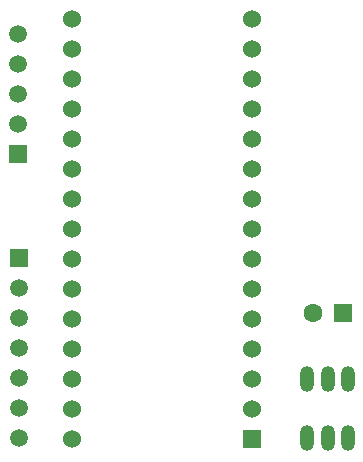
<source format=gtl>
G04*
G04 #@! TF.GenerationSoftware,Altium Limited,Altium Designer,21.3.2 (30)*
G04*
G04 Layer_Physical_Order=1*
G04 Layer_Color=255*
%FSTAX24Y24*%
%MOIN*%
G70*
G04*
G04 #@! TF.SameCoordinates,E1B680ED-D902-4D1E-8AC8-1ED81694537C*
G04*
G04*
G04 #@! TF.FilePolarity,Positive*
G04*
G01*
G75*
%ADD22R,0.0598X0.0598*%
%ADD23C,0.0598*%
%ADD24C,0.0600*%
%ADD25R,0.0600X0.0600*%
%ADD26O,0.0472X0.0866*%
%ADD27R,0.0630X0.0630*%
%ADD28C,0.0630*%
D22*
X02995Y0275D02*
D03*
X03Y02405D02*
D03*
D23*
X02995Y0285D02*
D03*
Y0295D02*
D03*
Y0305D02*
D03*
Y0315D02*
D03*
X03Y01805D02*
D03*
Y01905D02*
D03*
Y02005D02*
D03*
Y02105D02*
D03*
Y02305D02*
D03*
Y02205D02*
D03*
D24*
X03175Y032D02*
D03*
Y031D02*
D03*
Y029D02*
D03*
Y028D02*
D03*
Y03D02*
D03*
Y027D02*
D03*
Y026D02*
D03*
Y025D02*
D03*
Y024D02*
D03*
Y023D02*
D03*
Y022D02*
D03*
Y021D02*
D03*
Y02D02*
D03*
Y019D02*
D03*
X03775Y032D02*
D03*
Y031D02*
D03*
X03175Y018D02*
D03*
X03775Y019D02*
D03*
Y02D02*
D03*
Y021D02*
D03*
Y022D02*
D03*
Y023D02*
D03*
Y024D02*
D03*
Y025D02*
D03*
Y026D02*
D03*
Y027D02*
D03*
Y028D02*
D03*
Y029D02*
D03*
Y03D02*
D03*
D25*
Y018D02*
D03*
D26*
X04095Y020018D02*
D03*
X040281D02*
D03*
X039611D02*
D03*
Y01805D02*
D03*
X040281D02*
D03*
X04095D02*
D03*
D27*
X0408Y0222D02*
D03*
D28*
X0398D02*
D03*
M02*

</source>
